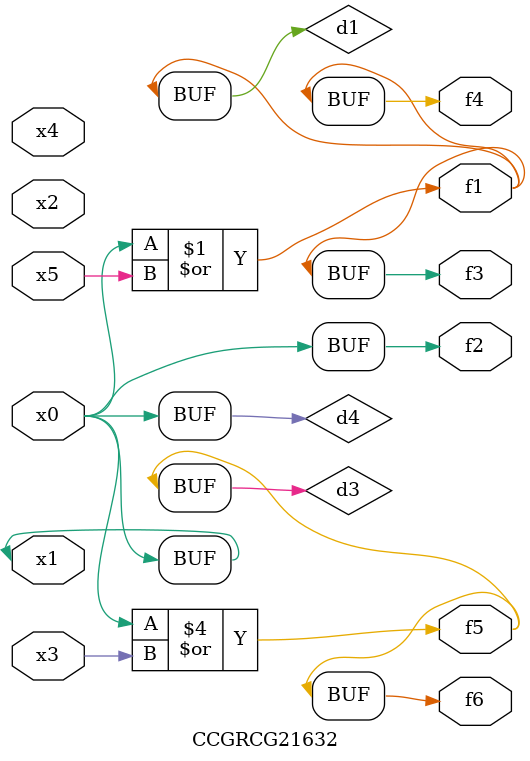
<source format=v>
module CCGRCG21632(
	input x0, x1, x2, x3, x4, x5,
	output f1, f2, f3, f4, f5, f6
);

	wire d1, d2, d3, d4;

	or (d1, x0, x5);
	xnor (d2, x1, x4);
	or (d3, x0, x3);
	buf (d4, x0, x1);
	assign f1 = d1;
	assign f2 = d4;
	assign f3 = d1;
	assign f4 = d1;
	assign f5 = d3;
	assign f6 = d3;
endmodule

</source>
